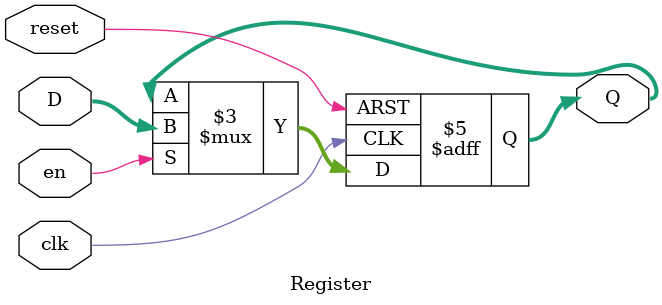
<source format=sv>
`timescale 1ns / 1ps

module Register#(parameter n=8)(

input logic clk,
input logic [n-1:0] D,
input logic reset,
input logic en,
output logic [n-1:0] Q
    );
    
 always @(posedge clk, negedge reset)
 begin 
 if(~reset) Q<= 0;
 else if (en) Q<= D;
 end
 
    
endmodule
</source>
